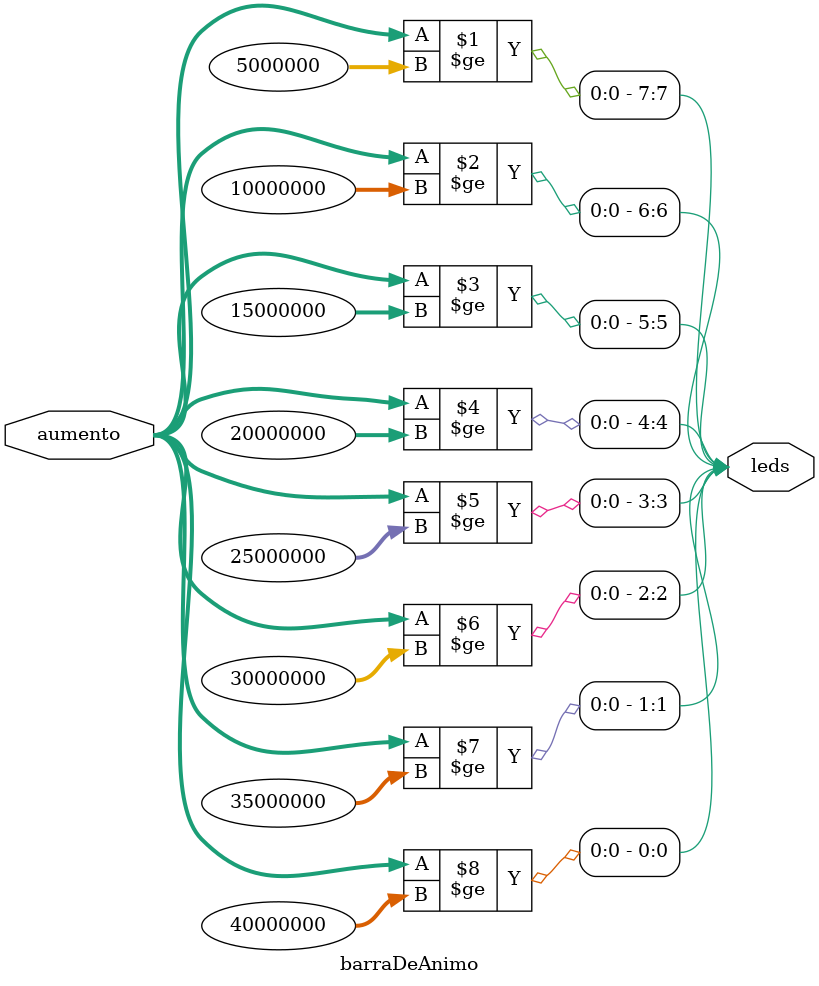
<source format=v>
`timescale 1ns / 1ps
module barraDeAnimo(
	input [26:0] aumento,
	output [7:0] leds
    );
	assign leds[7] = (aumento >= 5_000_000);
	assign leds[6] = (aumento >= 10_000_000);
	assign leds[5] = (aumento >= 15_000_000);
	assign leds[4] = (aumento >= 20_000_000);
	assign leds[3] = (aumento >= 25_000_000);
	assign leds[2] = (aumento >= 30_000_000);
	assign leds[1] = (aumento >= 35_000_000);
	assign leds[0] = (aumento >= 40_000_000);

endmodule

</source>
